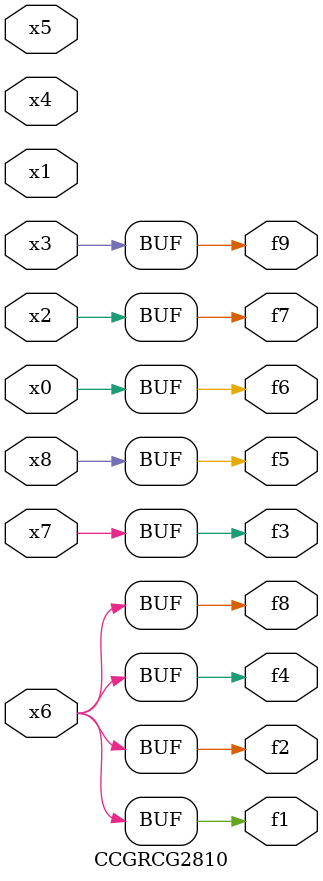
<source format=v>
module CCGRCG2810(
	input x0, x1, x2, x3, x4, x5, x6, x7, x8,
	output f1, f2, f3, f4, f5, f6, f7, f8, f9
);
	assign f1 = x6;
	assign f2 = x6;
	assign f3 = x7;
	assign f4 = x6;
	assign f5 = x8;
	assign f6 = x0;
	assign f7 = x2;
	assign f8 = x6;
	assign f9 = x3;
endmodule

</source>
